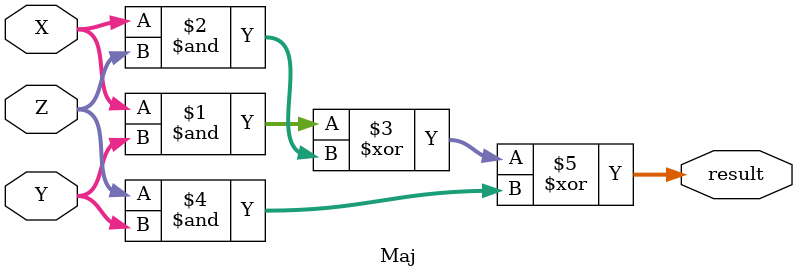
<source format=sv>
`timescale 1ns / 1ps

module Maj(
    input [31:0] X,          
    input [31:0] Y,          
    input [31:0] Z,          
    output [31:0] result 
    );

    assign result = (X & Y) ^ (X & Z) ^ (Z & Y);
        
endmodule

</source>
